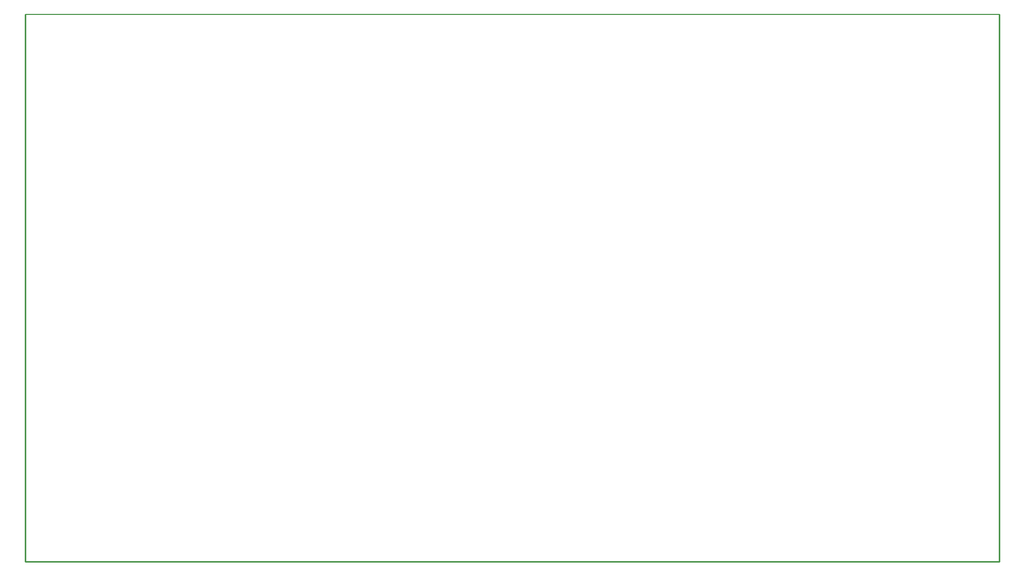
<source format=gko>
G04 start of page 4 for group 2 idx 2 *
G04 Title: 01.004.00.01.01.pcb, outline *
G04 Creator: pcb 4.2.0 *
G04 CreationDate: Mon Aug 12 16:43:32 2019 UTC *
G04 For: bert *
G04 Format: Gerber/RS-274X *
G04 PCB-Dimensions (mil): 6692.91 3937.01 *
G04 PCB-Coordinate-Origin: lower left *
%MOIN*%
%FSLAX25Y25*%
%LNGKO*%
%ADD18C,0.0080*%
%ADD17C,0.0100*%
G54D17*X19685Y19685D02*Y374016D01*
X649606Y19685D02*X19685D01*
X649606D02*Y374016D01*
G54D18*X19685D01*
M02*

</source>
